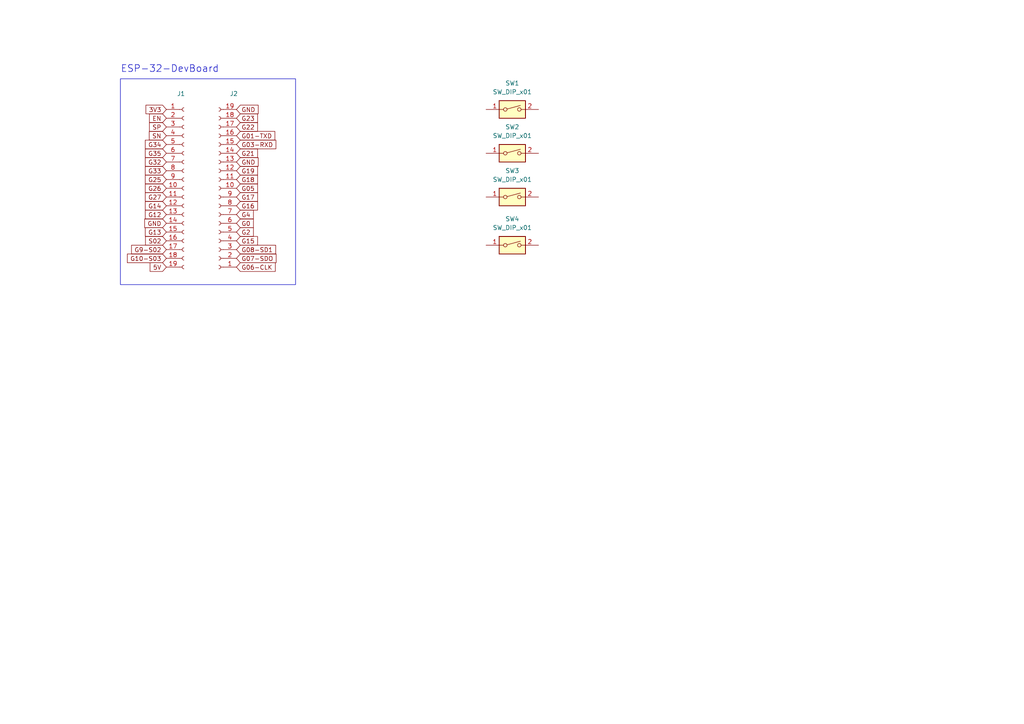
<source format=kicad_sch>
(kicad_sch (version 20231120) (generator "eeschema") (generator_version "8.0")
  (paper "A4")
  (lib_symbols
    (symbol "Connector:Conn_01x19_Socket" (pin_names (offset 1.016) hide)
      (property "Reference" "J" (at 0 25.4 0))
      (property "Value" "Conn_01x19_Socket" (at -1.016 -25.908 0))
      (symbol "Conn_01x19_Socket_1_1"
        (arc (start 0 -22.352) (mid -0.5058 -22.86) (end 0 -23.368) (stroke (width 0.1524)))
        (arc (start 0 -19.812) (mid -0.5058 -20.32) (end 0 -20.828) (stroke (width 0.1524)))
        (arc (start 0 -17.272) (mid -0.5058 -17.78) (end 0 -18.288) (stroke (width 0.1524)))
        (arc (start 0 -14.732) (mid -0.5058 -15.24) (end 0 -15.748) (stroke (width 0.1524)))
        (arc (start 0 -12.192) (mid -0.5058 -12.7) (end 0 -13.208) (stroke (width 0.1524)))
        (arc (start 0 -9.652) (mid -0.5058 -10.16) (end 0 -10.668) (stroke (width 0.1524)))
        (arc (start 0 -7.112) (mid -0.5058 -7.62) (end 0 -8.128) (stroke (width 0.1524)))
        (arc (start 0 -4.572) (mid -0.5058 -5.08) (end 0 -5.588) (stroke (width 0.1524)))
        (arc (start 0 -2.032) (mid -0.5058 -2.54) (end 0 -3.048) (stroke (width 0.1524)))
        (polyline (pts (xy -1.27 -22.86) (xy -0.508 -22.86)) (stroke (width 0.1524)))
        (polyline (pts (xy -1.27 -20.32) (xy -0.508 -20.32)) (stroke (width 0.1524)))
        (polyline (pts (xy -1.27 -17.78) (xy -0.508 -17.78)) (stroke (width 0.1524)))
        (polyline (pts (xy -1.27 -15.24) (xy -0.508 -15.24)) (stroke (width 0.1524)))
        (polyline (pts (xy -1.27 -12.7) (xy -0.508 -12.7)) (stroke (width 0.1524)))
        (polyline (pts (xy -1.27 -10.16) (xy -0.508 -10.16)) (stroke (width 0.1524)))
        (polyline (pts (xy -1.27 -7.62) (xy -0.508 -7.62)) (stroke (width 0.1524)))
        (polyline (pts (xy -1.27 -5.08) (xy -0.508 -5.08)) (stroke (width 0.1524)))
        (polyline (pts (xy -1.27 -2.54) (xy -0.508 -2.54)) (stroke (width 0.1524)))
        (polyline (pts (xy -1.27 0) (xy -0.508 0)) (stroke (width 0.1524)))
        (polyline (pts (xy -1.27 2.54) (xy -0.508 2.54)) (stroke (width 0.1524)))
        (polyline (pts (xy -1.27 5.08) (xy -0.508 5.08)) (stroke (width 0.1524)))
        (polyline (pts (xy -1.27 7.62) (xy -0.508 7.62)) (stroke (width 0.1524)))
        (polyline (pts (xy -1.27 10.16) (xy -0.508 10.16)) (stroke (width 0.1524)))
        (polyline (pts (xy -1.27 12.7) (xy -0.508 12.7)) (stroke (width 0.1524)))
        (polyline (pts (xy -1.27 15.24) (xy -0.508 15.24)) (stroke (width 0.1524)))
        (polyline (pts (xy -1.27 17.78) (xy -0.508 17.78)) (stroke (width 0.1524)))
        (polyline (pts (xy -1.27 20.32) (xy -0.508 20.32)) (stroke (width 0.1524)))
        (polyline (pts (xy -1.27 22.86) (xy -0.508 22.86)) (stroke (width 0.1524)))
        (arc (start 0 0.508) (mid -0.5058 0) (end 0 -0.508) (stroke (width 0.1524)))
        (arc (start 0 3.048) (mid -0.5058 2.54) (end 0 2.032) (stroke (width 0.1524)))
        (arc (start 0 5.588) (mid -0.5058 5.08) (end 0 4.572) (stroke (width 0.1524)))
        (arc (start 0 8.128) (mid -0.5058 7.62) (end 0 7.112) (stroke (width 0.1524)))
        (arc (start 0 10.668) (mid -0.5058 10.16) (end 0 9.652) (stroke (width 0.1524)))
        (arc (start 0 13.208) (mid -0.5058 12.7) (end 0 12.192) (stroke (width 0.1524)))
        (arc (start 0 15.748) (mid -0.5058 15.24) (end 0 14.732) (stroke (width 0.1524)))
        (arc (start 0 18.288) (mid -0.5058 17.78) (end 0 17.272) (stroke (width 0.1524)))
        (arc (start 0 20.828) (mid -0.5058 20.32) (end 0 19.812) (stroke (width 0.1524)))
        (arc (start 0 23.368) (mid -0.5058 22.86) (end 0 22.352) (stroke (width 0.1524)))
        (pin passive line (at -5.08 22.86 0) (length 3.81) (name "Pin_1") (number "1"))
        (pin passive line (at -5.08 0 0) (length 3.81) (name "Pin_10") (number "10"))
        (pin passive line (at -5.08 -2.54 0) (length 3.81) (name "Pin_11") (number "11"))
        (pin passive line (at -5.08 -5.08 0) (length 3.81) (name "Pin_12") (number "12"))
        (pin passive line (at -5.08 -7.62 0) (length 3.81) (name "Pin_13") (number "13"))
        (pin passive line (at -5.08 -10.16 0) (length 3.81) (name "Pin_14") (number "14"))
        (pin passive line (at -5.08 -12.7 0) (length 3.81) (name "Pin_15") (number "15"))
        (pin passive line (at -5.08 -15.24 0) (length 3.81) (name "Pin_16") (number "16"))
        (pin passive line (at -5.08 -17.78 0) (length 3.81) (name "Pin_17") (number "17"))
        (pin passive line (at -5.08 -20.32 0) (length 3.81) (name "Pin_18") (number "18"))
        (pin passive line (at -5.08 -22.86 0) (length 3.81) (name "Pin_19") (number "19"))
        (pin passive line (at -5.08 20.32 0) (length 3.81) (name "Pin_2") (number "2"))
        (pin passive line (at -5.08 17.78 0) (length 3.81) (name "Pin_3") (number "3"))
        (pin passive line (at -5.08 15.24 0) (length 3.81) (name "Pin_4") (number "4"))
        (pin passive line (at -5.08 12.7 0) (length 3.81) (name "Pin_5") (number "5"))
        (pin passive line (at -5.08 10.16 0) (length 3.81) (name "Pin_6") (number "6"))
        (pin passive line (at -5.08 7.62 0) (length 3.81) (name "Pin_7") (number "7"))
        (pin passive line (at -5.08 5.08 0) (length 3.81) (name "Pin_8") (number "8"))
        (pin passive line (at -5.08 2.54 0) (length 3.81) (name "Pin_9") (number "9"))
      )
    )
    (symbol "Switch:SW_DIP_x01" (pin_names (offset 0) hide)
      (property "Reference" "SW" (at 0 3.81 0))
      (property "Value" "SW_DIP_x01" (at 0 -4.572 0))
      (symbol "SW_DIP_x01_0_0"
        (circle (center -2.032 0) (radius 0.508))
        (polyline (pts (xy -1.524 0.127) (xy 2.3622 1.1684)))
        (circle (center 2.032 0) (radius 0.508))
      )
      (symbol "SW_DIP_x01_0_1"
        (rectangle (start -3.81 2.54) (end 3.81 -2.54) (stroke (width 0.254)) (fill (type background)))
      )
      (symbol "SW_DIP_x01_1_1"
        (pin passive line (at -7.62 0 0) (length 5.08) (name "~") (number "1"))
        (pin passive line (at 7.62 0 180) (length 5.08) (name "~") (number "2"))
      )
    )
  )
  (rectangle (start 34.925 22.86) (end 85.725 82.55))
  (text "ESP-32-DevBoard" (at 49.276 20.066 0) (effects (font (size 2 2))))
  (global_label "G34" (shape input) (at 48.26 41.91 180) (property "Intersheetrefs" "${INTERSHEET_REFS}" (effects (hide yes))))
  (global_label "G12" (shape input) (at 48.26 62.23 180) (property "Intersheetrefs" "${INTERSHEET_REFS}" (effects (hide yes))))
  (global_label "G22" (shape input) (at 68.58 36.83 0) (property "Intersheetrefs" "${INTERSHEET_REFS}" (effects (hide yes))))
  (global_label "G01-TXD" (shape input) (at 68.58 39.37 0) (property "Intersheetrefs" "${INTERSHEET_REFS}" (effects (hide yes))))
  (global_label "GND" (shape input) (at 48.26 64.77 180) (property "Intersheetrefs" "${INTERSHEET_REFS}" (effects (hide yes))))
  (global_label "GND" (shape input) (at 68.58 31.75 0) (property "Intersheetrefs" "${INTERSHEET_REFS}" (effects (hide yes))))
  (global_label "G0" (shape input) (at 68.58 64.77 0) (property "Intersheetrefs" "${INTERSHEET_REFS}" (effects (hide yes))))
  (global_label "G2" (shape input) (at 68.58 67.31 0) (property "Intersheetrefs" "${INTERSHEET_REFS}" (effects (hide yes))))
  (global_label "EN" (shape input) (at 48.26 34.29 180) (property "Intersheetrefs" "${INTERSHEET_REFS}" (effects (hide yes))))
  (global_label "G21" (shape input) (at 68.58 44.45 0) (property "Intersheetrefs" "${INTERSHEET_REFS}" (effects (hide yes))))
  (global_label "G33" (shape input) (at 48.26 49.53 180) (property "Intersheetrefs" "${INTERSHEET_REFS}" (effects (hide yes))))
  (global_label "G32" (shape input) (at 48.26 46.99 180) (property "Intersheetrefs" "${INTERSHEET_REFS}" (effects (hide yes))))
  (global_label "G10-S03" (shape input) (at 48.26 74.93 180) (property "Intersheetrefs" "${INTERSHEET_REFS}" (effects (hide yes))))
  (global_label "G26" (shape input) (at 48.26 54.61 180) (property "Intersheetrefs" "${INTERSHEET_REFS}" (effects (hide yes))))
  (global_label "G07-SDO" (shape input) (at 68.58 74.93 0) (property "Intersheetrefs" "${INTERSHEET_REFS}" (effects (hide yes))))
  (global_label "G16" (shape input) (at 68.58 59.69 0) (property "Intersheetrefs" "${INTERSHEET_REFS}" (effects (hide yes))))
  (global_label "G05" (shape input) (at 68.58 54.61 0) (property "Intersheetrefs" "${INTERSHEET_REFS}" (effects (hide yes))))
  (global_label "G08-SD1" (shape input) (at 68.58 72.39 0) (property "Intersheetrefs" "${INTERSHEET_REFS}" (effects (hide yes))))
  (global_label "G14" (shape input) (at 48.26 59.69 180) (property "Intersheetrefs" "${INTERSHEET_REFS}" (effects (hide yes))))
  (global_label "SN" (shape input) (at 48.26 39.37 180) (property "Intersheetrefs" "${INTERSHEET_REFS}" (effects (hide yes))))
  (global_label "SP" (shape input) (at 48.26 36.83 180) (property "Intersheetrefs" "${INTERSHEET_REFS}" (effects (hide yes))))
  (global_label "G9-S02" (shape input) (at 48.26 72.39 180) (property "Intersheetrefs" "${INTERSHEET_REFS}" (effects (hide yes))))
  (global_label "GND" (shape input) (at 68.58 46.99 0) (property "Intersheetrefs" "${INTERSHEET_REFS}" (effects (hide yes))))
  (global_label "G4" (shape input) (at 68.58 62.23 0) (property "Intersheetrefs" "${INTERSHEET_REFS}" (effects (hide yes))))
  (global_label "G03-RXD" (shape input) (at 68.58 41.91 0) (property "Intersheetrefs" "${INTERSHEET_REFS}" (effects (hide yes))))
  (global_label "G06-CLK" (shape input) (at 68.58 77.47 0) (property "Intersheetrefs" "${INTERSHEET_REFS}" (effects (hide yes))))
  (global_label "G19" (shape input) (at 68.58 49.53 0) (property "Intersheetrefs" "${INTERSHEET_REFS}" (effects (hide yes))))
  (global_label "G27" (shape input) (at 48.26 57.15 180) (property "Intersheetrefs" "${INTERSHEET_REFS}" (effects (hide yes))))
  (global_label "G23" (shape input) (at 68.58 34.29 0) (property "Intersheetrefs" "${INTERSHEET_REFS}" (effects (hide yes))))
  (global_label "G17" (shape input) (at 68.58 57.15 0) (property "Intersheetrefs" "${INTERSHEET_REFS}" (effects (hide yes))))
  (global_label "G25" (shape input) (at 48.26 52.07 180) (property "Intersheetrefs" "${INTERSHEET_REFS}" (effects (hide yes))))
  (global_label "3V3" (shape input) (at 48.26 31.75 180) (property "Intersheetrefs" "${INTERSHEET_REFS}" (effects (hide yes))))
  (global_label "5V" (shape input) (at 48.26 77.47 180) (property "Intersheetrefs" "${INTERSHEET_REFS}" (effects (hide yes))))
  (global_label "G18" (shape input) (at 68.58 52.07 0) (property "Intersheetrefs" "${INTERSHEET_REFS}" (effects (hide yes))))
  (global_label "G35" (shape input) (at 48.26 44.45 180) (property "Intersheetrefs" "${INTERSHEET_REFS}" (effects (hide yes))))
  (global_label "G13" (shape input) (at 48.26 67.31 180) (property "Intersheetrefs" "${INTERSHEET_REFS}" (effects (hide yes))))
  (global_label "S02" (shape input) (at 48.26 69.85 180) (property "Intersheetrefs" "${INTERSHEET_REFS}" (effects (hide yes))))
  (global_label "G15" (shape input) (at 68.58 69.85 0) (property "Intersheetrefs" "${INTERSHEET_REFS}" (effects (hide yes))))
  (symbol (lib_id "Switch:SW_DIP_x01") (at 148.59 71.12 0) (unit 1)
    (property "Reference" "SW4" (at 148.59 63.5 0))
    (property "Value" "SW_DIP_x01" (at 148.59 66.04 0))
    (property "Description" "1x DIP Switch, Single Pole Single Throw (SPST) switch, small symbol" (effects (hide yes)))
  )
  (symbol (lib_id "Switch:SW_DIP_x01") (at 148.59 57.15 0) (unit 1)
    (property "Reference" "SW3" (at 148.59 49.53 0))
    (property "Value" "SW_DIP_x01" (at 148.59 52.07 0))
    (property "Description" "1x DIP Switch, Single Pole Single Throw (SPST) switch, small symbol" (effects (hide yes)))
  )
  (symbol (lib_id "Connector:Conn_01x19_Socket") (at 63.5 54.61 180) (unit 1)
    (property "Reference" "J2" (at 67.818 27.178 0))
    (property "Value" "Conn_01x19_Socket" (effects (hide yes)))
    (property "Footprint" "Connector_PinSocket_2.54mm:PinSocket_1x19_P2.54mm_Vertical" (effects (hide yes)))
    (property "Description" "Generic connector, single row, 01x19, script generated" (effects (hide yes)))
  )
  (symbol (lib_id "Switch:SW_DIP_x01") (at 148.59 31.75 0) (unit 1)
    (property "Reference" "SW1" (at 148.59 24.13 0))
    (property "Value" "SW_DIP_x01" (at 148.59 26.67 0))
    (property "Description" "1x DIP Switch, Single Pole Single Throw (SPST) switch, small symbol" (effects (hide yes)))
  )
  (symbol (lib_id "Connector:Conn_01x19_Socket") (at 53.34 54.61 0) (unit 1)
    (property "Reference" "J1" (at 51.308 27.178 0) (effects (justify left)))
    (property "Value" "Conn_01x19_Socket" (effects (hide yes)))
    (property "Footprint" "Connector_PinSocket_2.54mm:PinSocket_1x19_P2.54mm_Vertical" (effects (hide yes)))
    (property "Description" "Generic connector, single row, 01x19, script generated" (effects (hide yes)))
  )
  (symbol (lib_id "Switch:SW_DIP_x01") (at 148.59 44.45 0) (unit 1)
    (property "Reference" "SW2" (at 148.59 36.83 0))
    (property "Value" "SW_DIP_x01" (at 148.59 39.37 0))
    (property "Description" "1x DIP Switch, Single Pole Single Throw (SPST) switch, small symbol" (effects (hide yes)))
  )
)
</source>
